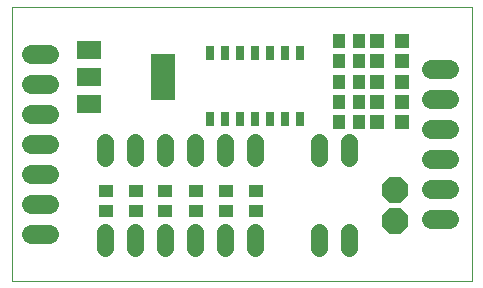
<source format=gts>
G75*
%MOIN*%
%OFA0B0*%
%FSLAX24Y24*%
%IPPOS*%
%LPD*%
%AMOC8*
5,1,8,0,0,1.08239X$1,22.5*
%
%ADD10C,0.0000*%
%ADD11R,0.0276X0.0512*%
%ADD12C,0.0560*%
%ADD13R,0.0434X0.0473*%
%ADD14R,0.0512X0.0512*%
%ADD15R,0.0473X0.0434*%
%ADD16C,0.0640*%
%ADD17R,0.0827X0.0631*%
%ADD18R,0.0827X0.1536*%
%ADD19OC8,0.0890*%
D10*
X000542Y000150D02*
X000542Y009284D01*
X015896Y009284D01*
X015896Y000150D01*
X000542Y000150D01*
D11*
X007152Y005544D03*
X007652Y005544D03*
X008152Y005544D03*
X008652Y005544D03*
X009152Y005544D03*
X009652Y005544D03*
X010152Y005544D03*
X010152Y007748D03*
X009652Y007748D03*
X009152Y007748D03*
X008652Y007748D03*
X008152Y007748D03*
X007652Y007748D03*
X007152Y007748D03*
D12*
X006672Y004784D02*
X006672Y004264D01*
X005672Y004264D02*
X005672Y004784D01*
X004672Y004784D02*
X004672Y004264D01*
X003672Y004264D02*
X003672Y004784D01*
X007672Y004784D02*
X007672Y004264D01*
X008672Y004264D02*
X008672Y004784D01*
X010790Y004784D02*
X010790Y004264D01*
X011790Y004264D02*
X011790Y004784D01*
X011790Y001784D02*
X011790Y001264D01*
X010790Y001264D02*
X010790Y001784D01*
X008672Y001784D02*
X008672Y001264D01*
X007672Y001264D02*
X007672Y001784D01*
X006672Y001784D02*
X006672Y001264D01*
X005672Y001264D02*
X005672Y001784D01*
X004672Y001784D02*
X004672Y001264D01*
X003672Y001264D02*
X003672Y001784D01*
D13*
X011467Y005465D03*
X012136Y005465D03*
X012136Y006134D03*
X011467Y006134D03*
X011467Y006804D03*
X012136Y006804D03*
X012136Y007473D03*
X011467Y007473D03*
X011467Y008142D03*
X012136Y008142D03*
D14*
X012727Y008142D03*
X013554Y008142D03*
X013554Y007473D03*
X012727Y007473D03*
X012727Y006804D03*
X013554Y006804D03*
X013554Y006134D03*
X012727Y006134D03*
X012727Y005465D03*
X013554Y005465D03*
D15*
X008691Y003162D03*
X007707Y003162D03*
X007707Y002493D03*
X008691Y002493D03*
X006684Y002493D03*
X005660Y002493D03*
X004676Y002493D03*
X003691Y002493D03*
X003691Y003162D03*
X004676Y003162D03*
X005660Y003162D03*
X006684Y003162D03*
D16*
X001787Y002717D02*
X001187Y002717D01*
X001187Y001717D02*
X001787Y001717D01*
X001787Y003717D02*
X001187Y003717D01*
X001187Y004717D02*
X001787Y004717D01*
X001787Y005717D02*
X001187Y005717D01*
X001187Y006717D02*
X001787Y006717D01*
X001787Y007717D02*
X001187Y007717D01*
X014533Y007217D02*
X015133Y007217D01*
X015133Y006217D02*
X014533Y006217D01*
X014533Y005217D02*
X015133Y005217D01*
X015133Y004217D02*
X014533Y004217D01*
X014533Y003217D02*
X015133Y003217D01*
X015133Y002217D02*
X014533Y002217D01*
D17*
X003121Y006056D03*
X003121Y006961D03*
X003121Y007867D03*
D18*
X005601Y006961D03*
D19*
X013337Y003181D03*
X013337Y002158D03*
M02*

</source>
